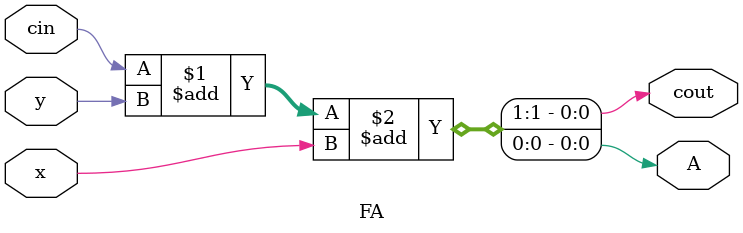
<source format=v>
module FA
(
 input x,
 input y,
 input cin,
 
 output A, 
 output cout
 );
 
assign {cout,A} =  cin + y + x;
 
endmodule
</source>
